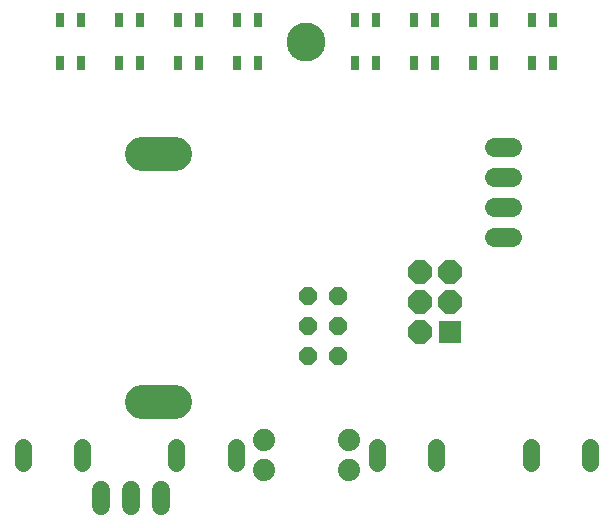
<source format=gbs>
G75*
G70*
%OFA0B0*%
%FSLAX24Y24*%
%IPPOS*%
%LPD*%
%AMOC8*
5,1,8,0,0,1.08239X$1,22.5*
%
%ADD10C,0.1300*%
%ADD11R,0.0276X0.0512*%
%ADD12C,0.1135*%
%ADD13R,0.0780X0.0780*%
%ADD14OC8,0.0780*%
%ADD15C,0.0555*%
%ADD16C,0.0740*%
%ADD17C,0.0600*%
%ADD18C,0.0640*%
%ADD19OC8,0.0600*%
D10*
X017875Y025749D03*
D11*
X019489Y025041D03*
X020198Y025041D03*
X021458Y025041D03*
X022167Y025041D03*
X023426Y025041D03*
X024135Y025041D03*
X025395Y025041D03*
X026104Y025041D03*
X026104Y026458D03*
X025395Y026458D03*
X024135Y026458D03*
X023426Y026458D03*
X022167Y026458D03*
X021458Y026458D03*
X020198Y026458D03*
X019489Y026458D03*
X016261Y026458D03*
X015552Y026458D03*
X014293Y026458D03*
X013584Y026458D03*
X012324Y026458D03*
X011615Y026458D03*
X010356Y026458D03*
X009647Y026458D03*
X009647Y025041D03*
X010356Y025041D03*
X011615Y025041D03*
X012324Y025041D03*
X013584Y025041D03*
X014293Y025041D03*
X015552Y025041D03*
X016261Y025041D03*
D12*
X013502Y022009D02*
X012406Y022009D01*
X012406Y013741D02*
X013502Y013741D01*
D13*
X022671Y016076D03*
D14*
X021671Y016076D03*
X021671Y017076D03*
X022671Y017076D03*
X022671Y018076D03*
X021671Y018076D03*
D15*
X022206Y012227D02*
X022206Y011712D01*
X020237Y011712D02*
X020237Y012227D01*
X015513Y012227D02*
X015513Y011712D01*
X013545Y011712D02*
X013545Y012227D01*
X010395Y012227D02*
X010395Y011712D01*
X008426Y011712D02*
X008426Y012227D01*
X025356Y012227D02*
X025356Y011712D01*
X027324Y011712D02*
X027324Y012227D01*
D16*
X019281Y012470D03*
X019281Y011470D03*
X016470Y011470D03*
X016470Y012470D03*
D17*
X011033Y010813D02*
X011033Y010253D01*
X012033Y010253D02*
X012033Y010813D01*
X013033Y010813D02*
X013033Y010253D01*
D18*
X024133Y019233D02*
X024733Y019233D01*
X024733Y020233D02*
X024133Y020233D01*
X024133Y021233D02*
X024733Y021233D01*
X024733Y022233D02*
X024133Y022233D01*
D19*
X018933Y017283D03*
X017933Y017283D03*
X017933Y016283D03*
X018933Y016283D03*
X018933Y015283D03*
X017933Y015283D03*
M02*

</source>
